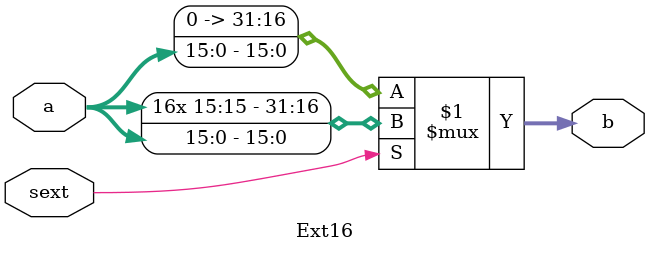
<source format=v>
`timescale 1ns / 1ps


module Ext16#(parameter WIDTH = 16)
(
input [WIDTH - 1:0] a, 
input sext, //1表示有符号 
output [31:0] b 
); 
assign b = sext ? {{(32 - WIDTH){a[WIDTH - 1]}},a} : {{(32 - WIDTH){1'b0}},a};
endmodule

</source>
